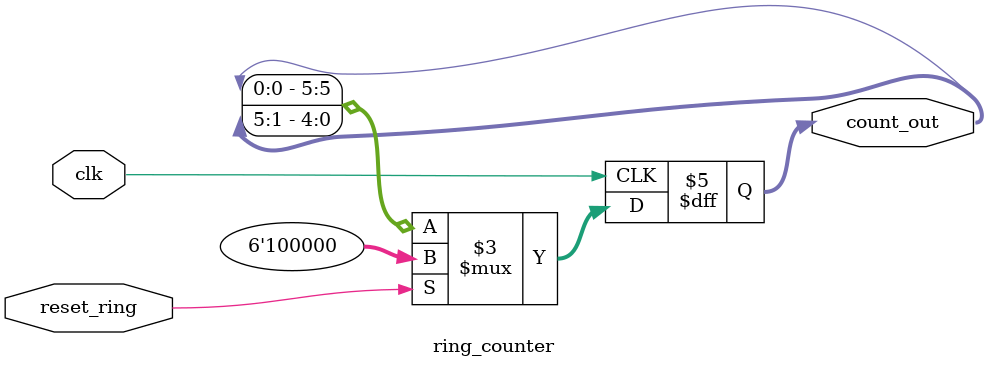
<source format=v>
module ring_counter #(parameter N = 6)(
    input wire reset_ring,
    input wire clk,
    output reg [N-1:0] count_out

);

// reg [N-1:0] ring_contents;



always @(negedge clk) begin
    if (reset_ring) begin
        count_out <= {1'b1, {(N-1){1'b0}}};
    end 
    else begin
        count_out <= {count_out[0], count_out[N-1:1]};
    end 
end
endmodule
</source>
